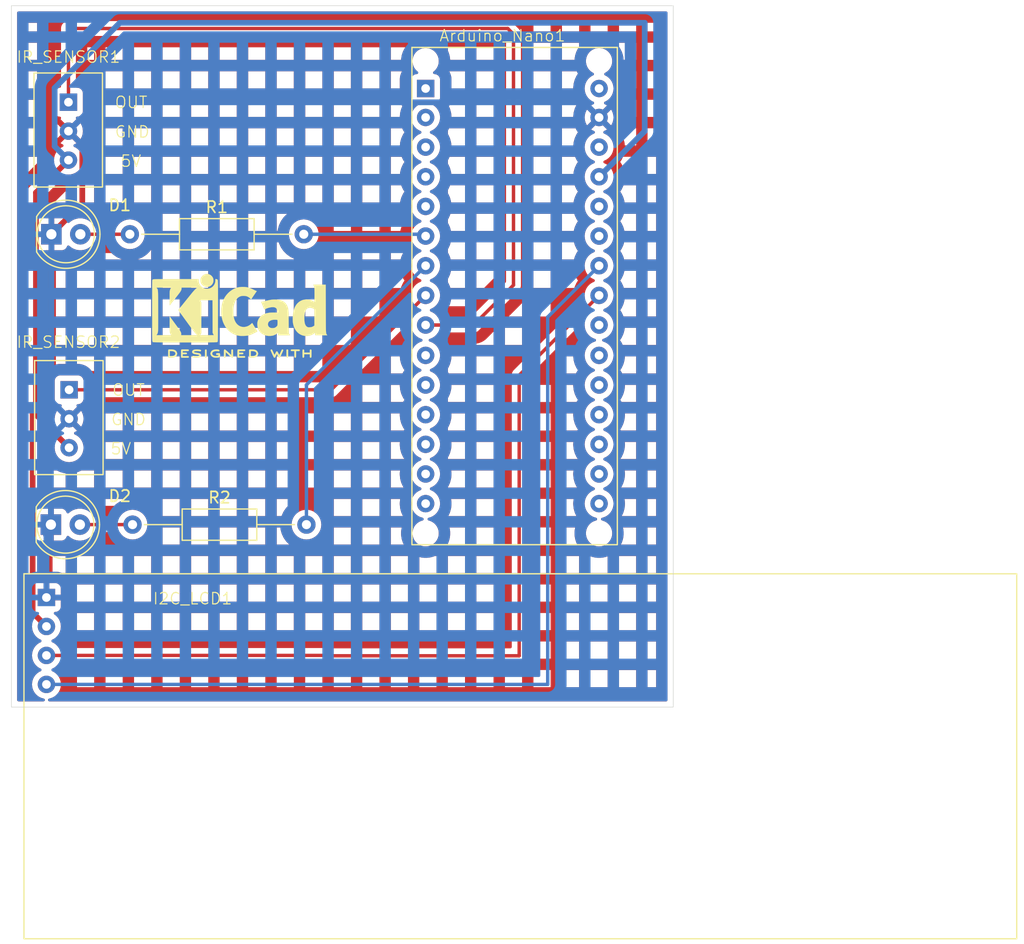
<source format=kicad_pcb>
(kicad_pcb (version 20240108) (generator "pcbnew") (generator_version "8.0")
  (layers (0 "F.Cu" signal) (31 "B.Cu" signal) (34 "B.Paste" user) (35 "F.Paste" user) (36 "B.SilkS" user "B.Silkscreen") (37 "F.SilkS" user "F.Silkscreen") (38 "B.Mask" user) (39 "F.Mask" user) (44 "Edge.Cuts" user))
  (net 0 "")
  (net 3 "GND")
  (net 8 "/D6")
  (net 15 "+9V")
  (net 16 "/D4")
  (net 17 "/D5")
  (net 20 "/SDA")
  (net 25 "/5V")
  (net 27 "/D3")
  (net 30 "/SCL")
  (net 31 "Net-(D1-A)")
  (net 32 "Net-(D2-A)")
  (footprint "LED_THT:LED_D5.0mm" (layer "F.Cu") (at 145 72.04)
    (property "Reference" "D1" (at 6 -2.54 0) (layer "F.SilkS"))
    (property "Value" "LED")
    (pad "1" thru_hole rect (at 0 0) (size 1.8 1.8) (drill 0.9) (layers "*.Cu" "*.Mask") (net 3 "GND"))
    (pad "2" thru_hole circle (at 2.54 0) (size 1.8 1.8) (drill 0.9) (layers "*.Cu" "*.Mask") (net 31 "Net-(D1-A)"))
  )
  (footprint "Resistor_THT:R_Axial_DIN0207_L6.3mm_D2.5mm_P15.24mm_Horizontal" (layer "F.Cu") (at 151.88 72.04)
    (property "Reference" "R1" (at 7.62 -2.37 0) (layer "F.SilkS"))
    (property "Value" "220")
    (pad "1" thru_hole circle (at 0 0) (size 1.6 1.6) (drill 0.8) (layers "*.Cu" "*.Mask") (net 31 "Net-(D1-A)"))
    (pad "2" thru_hole oval (at 15.24 0) (size 1.6 1.6) (drill 0.8) (layers "*.Cu" "*.Mask") (net 27 "/D3"))
  )
  (footprint "minip:I2C_LCD" (layer "F.Cu") (at 146 106.5)
    (property "Reference" "I2C_LCD1" (at 11.38 -2.51 0) (layer "F.SilkS") (effects (font (thickness 0.1))))
    (property "Value" "~")
    (pad "1" thru_hole rect (at -1.43 -2.61) (size 1.524 1.524) (drill 0.762) (layers "*.Cu" "*.Mask") (net 3 "GND"))
    (pad "2" thru_hole circle (at -1.43 -0.07) (size 1.524 1.524) (drill 0.762) (layers "*.Cu" "*.Mask") (net 25 "/5V"))
    (pad "3" thru_hole circle (at -1.43 2.47) (size 1.524 1.524) (drill 0.762) (layers "*.Cu" "*.Mask") (net 20 "/SDA"))
    (pad "4" thru_hole circle (at -1.43 5.01) (size 1.524 1.524) (drill 0.762) (layers "*.Cu" "*.Mask") (net 30 "/SCL"))
  )
  (footprint "LED_THT:LED_D5.0mm" (layer "F.Cu") (at 144.96 97.5)
    (property "Reference" "D2" (at 6.04 -2.5 0) (layer "F.SilkS"))
    (property "Value" "LED")
    (pad "1" thru_hole rect (at 0 0) (size 1.8 1.8) (drill 0.9) (layers "*.Cu" "*.Mask") (net 3 "GND"))
    (pad "2" thru_hole circle (at 2.54 0) (size 1.8 1.8) (drill 0.9) (layers "*.Cu" "*.Mask") (net 32 "Net-(D2-A)"))
  )
  (footprint "minip:IR_SENSOR" (layer "F.Cu") (at 146.545 78.7575)
    (property "Reference" "IR_SENSOR2" (at -0.045 2.7425 0) (layer "F.SilkS") (effects (font (thickness 0.1))))
    (property "Value" "~")
    (fp_text user "OUT" (at 3.73 7.52 0) (layer "F.SilkS") (effects (font (thickness 0.1)) (justify left bottom)))
    (fp_text user "5V" (at 3.58 12.67 0) (layer "F.SilkS") (effects (font (thickness 0.1)) (justify left bottom)))
    (fp_text user "GND" (at 3.63 10.11 0) (layer "F.SilkS") (effects (font (thickness 0.1)) (justify left bottom)))
    (pad "1" thru_hole rect (at 0.01 6.92) (size 1.524 1.524) (drill 0.762) (layers "*.Cu" "*.Mask") (net 17 "/D5"))
    (pad "2" thru_hole circle (at 0.01 9.46) (size 1.524 1.524) (drill 0.762) (layers "*.Cu" "*.Mask") (net 3 "GND"))
    (pad "3" thru_hole circle (at 0.01 12) (size 1.524 1.524) (drill 0.762) (layers "*.Cu" "*.Mask") (net 25 "/5V"))
  )
  (footprint "Symbol:KiCad-Logo2_6mm_SilkScreen" (layer "F.Cu") (at 161.5 78.5)
    (property "Reference" "REF**" (hide yes))
    (property "Value" "KiCad-Logo2_6mm_SilkScreen" (hide yes))
  )
  (footprint "Resistor_THT:R_Axial_DIN0207_L6.3mm_D2.5mm_P15.24mm_Horizontal" (layer "F.Cu") (at 152.115 97.5)
    (property "Reference" "R2" (at 7.62 -2.37 0) (layer "F.SilkS"))
    (property "Value" "220")
    (pad "1" thru_hole circle (at 0 0) (size 1.6 1.6) (drill 0.8) (layers "*.Cu" "*.Mask") (net 32 "Net-(D2-A)"))
    (pad "2" thru_hole oval (at 15.24 0) (size 1.6 1.6) (drill 0.8) (layers "*.Cu" "*.Mask") (net 16 "/D4"))
  )
  (footprint "minip:IR_SENSOR" (layer "F.Cu") (at 146.49 53.54)
    (property "Reference" "IR_SENSOR1" (at 0.01 2.96 0) (layer "F.SilkS") (effects (font (thickness 0.1))))
    (property "Value" "~")
    (fp_text user "OUT" (at 4.01 7.52 0) (layer "F.SilkS") (effects (font (thickness 0.1)) (justify left bottom)))
    (fp_text user "GND" (at 4.01 10.11 0) (layer "F.SilkS") (effects (font (thickness 0.1)) (justify left bottom)))
    (fp_text user "5V" (at 4.51 12.67 0) (layer "F.SilkS") (effects (font (thickness 0.1)) (justify left bottom)))
    (pad "1" thru_hole rect (at 0.01 6.92) (size 1.524 1.524) (drill 0.762) (layers "*.Cu" "*.Mask") (net 8 "/D6"))
    (pad "2" thru_hole circle (at 0.01 9.46) (size 1.524 1.524) (drill 0.762) (layers "*.Cu" "*.Mask") (net 3 "GND"))
    (pad "3" thru_hole circle (at 0.01 12) (size 1.524 1.524) (drill 0.762) (layers "*.Cu" "*.Mask") (net 25 "/5V"))
  )
  (footprint "minip:Arduino_Nano" (layer "F.Cu") (at 184.54 69.23)
    (property "Reference" "Arduino_Nano1" (at -0.01 -14.6 0) (layer "F.SilkS") (effects (font (thickness 0.1))))
    (property "Value" "~")
    (pad "" np_thru_hole circle (at -6.74 -12.37 180) (size 0.8 0.8) (drill 1.8) (layers "F&B.Cu" "*.Mask"))
    (pad "" np_thru_hole circle (at -6.74 29.03 180) (size 0.8 0.8) (drill 1.8) (layers "F&B.Cu" "*.Mask"))
    (pad "" np_thru_hole circle (at 8.46 -12.37 180) (size 0.8 0.8) (drill 1.8) (layers "F&B.Cu" "*.Mask"))
    (pad "" np_thru_hole circle (at 8.46 29.03 180) (size 0.8 0.8) (drill 1.8) (layers "F&B.Cu" "*.Mask"))
    (pad "1" thru_hole rect (at -6.74 -9.97 180) (size 1.524 1.524) (drill 0.762) (layers "*.Cu" "*.Mask"))
    (pad "2" thru_hole circle (at -6.74 -7.43 180) (size 1.524 1.524) (drill 0.762) (layers "*.Cu" "*.Mask"))
    (pad "3" thru_hole circle (at -6.74 -4.83 180) (size 1.524 1.524) (drill 0.762) (layers "*.Cu" "*.Mask"))
    (pad "4" thru_hole circle (at -6.74 -2.23 180) (size 1.524 1.524) (drill 0.762) (layers "*.Cu" "*.Mask"))
    (pad "5" thru_hole circle (at -6.74 0.37 180) (size 1.524 1.524) (drill 0.762) (layers "*.Cu" "*.Mask"))
    (pad "6" thru_hole circle (at -6.74 2.97 180) (size 1.524 1.524) (drill 0.762) (layers "*.Cu" "*.Mask") (net 27 "/D3"))
    (pad "7" thru_hole circle (at -6.74 5.57 180) (size 1.524 1.524) (drill 0.762) (layers "*.Cu" "*.Mask") (net 16 "/D4"))
    (pad "8" thru_hole circle (at -6.74 8.17 180) (size 1.524 1.524) (drill 0.762) (layers "*.Cu" "*.Mask") (net 17 "/D5"))
    (pad "9" thru_hole circle (at -6.74 10.77 180) (size 1.524 1.524) (drill 0.762) (layers "*.Cu" "*.Mask") (net 8 "/D6"))
    (pad "10" thru_hole circle (at -6.74 13.43 180) (size 1.524 1.524) (drill 0.762) (layers "*.Cu" "*.Mask"))
    (pad "11" thru_hole circle (at -6.74 16.03 180) (size 1.524 1.524) (drill 0.762) (layers "*.Cu" "*.Mask"))
    (pad "12" thru_hole circle (at -6.74 18.63 180) (size 1.524 1.524) (drill 0.762) (layers "*.Cu" "*.Mask"))
    (pad "13" thru_hole circle (at -6.74 21.23 180) (size 1.524 1.524) (drill 0.762) (layers "*.Cu" "*.Mask"))
    (pad "14" thru_hole circle (at -6.74 23.83 180) (size 1.524 1.524) (drill 0.762) (layers "*.Cu" "*.Mask"))
    (pad "15" thru_hole circle (at -6.74 26.43 180) (size 1.524 1.524) (drill 0.762) (layers "*.Cu" "*.Mask"))
    (pad "16" thru_hole circle (at 8.46 26.43 180) (size 1.524 1.524) (drill 0.762) (layers "*.Cu" "*.Mask"))
    (pad "17" thru_hole circle (at 8.46 23.83 180) (size 1.524 1.524) (drill 0.762) (layers "*.Cu" "*.Mask"))
    (pad "18" thru_hole circle (at 8.46 21.23 180) (size 1.524 1.524) (drill 0.762) (layers "*.Cu" "*.Mask"))
    (pad "19" thru_hole circle (at 8.46 18.63 180) (size 1.524 1.524) (drill 0.762) (layers "*.Cu" "*.Mask"))
    (pad "20" thru_hole circle (at 8.46 16.03 180) (size 1.524 1.524) (drill 0.762) (layers "*.Cu" "*.Mask"))
    (pad "21" thru_hole circle (at 8.46 13.43 180) (size 1.524 1.524) (drill 0.762) (layers "*.Cu" "*.Mask"))
    (pad "22" thru_hole circle (at 8.46 10.77 180) (size 1.524 1.524) (drill 0.762) (layers "*.Cu" "*.Mask"))
    (pad "23" thru_hole circle (at 8.46 8.17 180) (size 1.524 1.524) (drill 0.762) (layers "*.Cu" "*.Mask") (net 20 "/SDA"))
    (pad "24" thru_hole circle (at 8.46 5.57 180) (size 1.524 1.524) (drill 0.762) (layers "*.Cu" "*.Mask") (net 30 "/SCL"))
    (pad "25" thru_hole circle (at 8.46 2.97 180) (size 1.524 1.524) (drill 0.762) (layers "*.Cu" "*.Mask"))
    (pad "26" thru_hole circle (at 8.46 0.37 180) (size 1.524 1.524) (drill 0.762) (layers "*.Cu" "*.Mask"))
    (pad "27" thru_hole circle (at 8.46 -2.23 180) (size 1.524 1.524) (drill 0.762) (layers "*.Cu" "*.Mask") (net 25 "/5V"))
    (pad "28" thru_hole circle (at 8.46 -4.83 180) (size 1.524 1.524) (drill 0.762) (layers "*.Cu" "*.Mask"))
    (pad "29" thru_hole circle (at 8.46 -7.43 180) (size 1.524 1.524) (drill 0.762) (layers "*.Cu" "*.Mask") (net 3 "GND"))
    (pad "30" thru_hole circle (at 8.46 -9.97 180) (size 1.524 1.524) (drill 0.762) (layers "*.Cu" "*.Mask") (net 15 "+9V"))
  )
  (gr_rect (start 141.5 52) (end 199.5 113.5) (stroke (width 0.05)) (fill none) (layer "Edge.Cuts"))
  (segment (start 147.712 69.328) (end 147.712 64.212) (width 0.5) (layer "F.Cu") (net 3))
  (segment (start 145 72.04) (end 147.712 69.328) (width 0.5) (layer "F.Cu") (net 3))
  (segment (start 147.712 64.212) (end 146.5 63) (width 0.5) (layer "F.Cu") (net 3))
  (segment (start 145 72.04) (end 145 86.6625) (width 0.5) (layer "B.Cu") (net 3))
  (segment (start 144.96 98) (end 144.53 98.43) (width 0.5) (layer "B.Cu") (net 3))
  (segment (start 144.57 98.39) (end 144.57 103.89) (width 0.5) (layer "B.Cu") (net 3))
  (segment (start 149.028 60.472) (end 146.5 63) (width 0.5) (layer "B.Cu") (net 3))
  (segment (start 144.96 97.5) (end 144.96 98) (width 0.5) (layer "B.Cu") (net 3))
  (segment (start 154.5 60.472) (end 149.028 60.472) (width 0.5) (layer "B.Cu") (net 3))
  (segment (start 145 86.6625) (end 146.555 88.2175) (width 0.5) (layer "B.Cu") (net 3))
  (segment (start 191.672 60.472) (end 154.5 60.472) (width 0.5) (layer "B.Cu") (net 3))
  (segment (start 144.96 86.7025) (end 144.96 97.5) (width 0.5) (layer "B.Cu") (net 3))
  (segment (start 144.96 98) (end 144.57 98.39) (width 0.5) (layer "B.Cu") (net 3))
  (segment (start 193 61.8) (end 191.672 60.472) (width 0.5) (layer "B.Cu") (net 3))
  (segment (start 145 86.6625) (end 144.96 86.7025) (width 0.5) (layer "B.Cu") (net 3))
  (segment (start 182 80) (end 177.8 80) (width 0.3) (layer "F.Cu") (net 8))
  (segment (start 185 54) (end 185.5 54.5) (width 0.3) (layer "F.Cu") (net 8))
  (segment (start 146.5 60.46) (end 146.5 54) (width 0.3) (layer "F.Cu") (net 8))
  (segment (start 185.5 54.5) (end 185.5 76.5) (width 0.3) (layer "F.Cu") (net 8))
  (segment (start 185.5 76.5) (end 182 80) (width 0.3) (layer "F.Cu") (net 8))
  (segment (start 146.5 54) (end 185 54) (width 0.3) (layer "F.Cu") (net 8))
  (segment (start 167.355 85.245) (end 177.8 74.8) (width 0.3) (layer "B.Cu") (net 16))
  (segment (start 167.355 97.5) (end 167.355 85.245) (width 0.3) (layer "B.Cu") (net 16))
  (segment (start 146.555 85.6775) (end 169.5225 85.6775) (width 0.3) (layer "F.Cu") (net 17))
  (segment (start 169.5225 85.6775) (end 177.8 77.4) (width 0.3) (layer "F.Cu") (net 17))
  (segment (start 186 84.4) (end 193 77.4) (width 0.3) (layer "F.Cu") (net 20))
  (segment (start 169.53 108.97) (end 169.56 109) (width 0.3) (layer "F.Cu") (net 20))
  (segment (start 186 109) (end 186 84.4) (width 0.3) (layer "F.Cu") (net 20))
  (segment (start 169.56 109) (end 186 109) (width 0.3) (layer "F.Cu") (net 20))
  (segment (start 144.57 108.97) (end 169.53 108.97) (width 0.3) (layer "F.Cu") (net 20))
  (segment (start 143.358 105.218) (end 143.358 87.792) (width 0.5) (layer "F.Cu") (net 25))
  (segment (start 144.57 106.43) (end 143.358 105.218) (width 0.5) (layer "F.Cu") (net 25))
  (segment (start 143.65 87.8525) (end 143.65 87.5) (width 0.5) (layer "F.Cu") (net 25))
  (segment (start 146.555 90.7575) (end 143.65 87.8525) (width 0.5) (layer "F.Cu") (net 25))
  (segment (start 143.65 87.5) (end 143.65 68.39) (width 0.5) (layer "F.Cu") (net 25))
  (segment (start 143.358 87.792) (end 143.65 87.5) (width 0.5) (layer "F.Cu") (net 25))
  (segment (start 143.65 68.39) (end 146.5 65.54) (width 0.5) (layer "F.Cu") (net 25))
  (segment (start 145.288 64.328) (end 145.288 59.212) (width 0.5) (layer "B.Cu") (net 25))
  (segment (start 197 53.5) (end 197 63) (width 0.5) (layer "B.Cu") (net 25))
  (segment (start 197 63) (end 193 67) (width 0.5) (layer "B.Cu") (net 25))
  (segment (start 151 53.5) (end 197 53.5) (width 0.5) (layer "B.Cu") (net 25))
  (segment (start 145.288 59.212) (end 151 53.5) (width 0.5) (layer "B.Cu") (net 25))
  (segment (start 146.5 65.54) (end 145.288 64.328) (width 0.5) (layer "B.Cu") (net 25))
  (segment (start 167.12 72.04) (end 177.64 72.04) (width 0.3) (layer "B.Cu") (net 27))
  (segment (start 177.64 72.04) (end 177.8 72.2) (width 0.3) (layer "B.Cu") (net 27))
  (segment (start 188.5 79.3) (end 193 74.8) (width 0.3) (layer "B.Cu") (net 30))
  (segment (start 188.49 111.51) (end 188.5 111.5) (width 0.3) (layer "B.Cu") (net 30))
  (segment (start 188.5 111.5) (end 188.5 79.3) (width 0.3) (layer "B.Cu") (net 30))
  (segment (start 144.57 111.51) (end 188.49 111.51) (width 0.3) (layer "B.Cu") (net 30))
  (segment (start 151.88 72.04) (end 147.54 72.04) (width 0.3) (layer "F.Cu") (net 31))
  (segment (start 152.115 97.5) (end 147.5 97.5) (width 0.3) (layer "F.Cu") (net 32))
  (zone (net 3) (net_name "GND") (layers "F&B.Cu") (connect_pads (clearance 0.5)) (min_thickness 0.25) (fill yes (mode hatch) (thermal_gap 0.5) (thermal_bridge_width 0.5) (hatch_thickness 1) (hatch_gap 1.5) (hatch_orientation 0) (hatch_border_algorithm hatch_thickness) (hatch_min_hole_area 0.3))
    (polygon (pts (xy 200 52) (xy 200 114) (xy 141.5 114) (xy 140.5 114) (xy 141 51.5) (xy 200.5 51.5)))
  )
)
</source>
